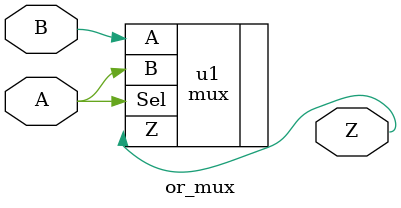
<source format=v>
`timescale 1ns / 1ps

module or_mux(
    input  wire A,
    input  wire B,
    output wire Z
    );

    mux u1 (.A(B), .B(A), .Sel(A), .Z(Z));

endmodule

</source>
